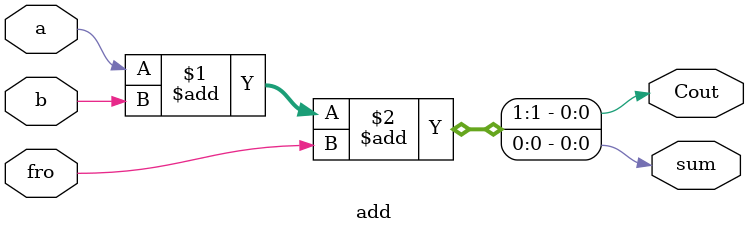
<source format=v>
module addtion1(clk,cina,cinb,cout,term,digit_seg,digit_con,ci);
	input ci;
	input clk;
	input [3:0]cina;
	input [3:0]cinb;
	output [4:0]cout;
	output [2:0]term;
	output [1:0]digit_con;
	output reg[7:0]digit_seg;
	reg [31:0]div_count;
	
	always @(posedge clk)
		begin
		div_count<=div_count+1;
		end
	
		add f1(.a(cina[0]),.b(cinb[0]),.fro(ci),.Cout(term[0]),.sum(cout[0]));
		add f2(.a(cina[1]),.b(cinb[1]),.fro(term[0]),.Cout(term[1]),.sum(cout[1]));
		add f3(.a(cina[2]),.b(cinb[2]),.fro(term[1]),.Cout(term[2]),.sum(cout[2]));
		add f4(.a(cina[3]),.b(cinb[3]),.fro(term[2]),.Cout(top),.sum(cout[3]));
		
	assign cout[4]=top;
	
	
	reg digit=1'b0;
	always @(posedge div_count[10])
		begin
		digit<=~digit;
		end
		
	assign digit_con={digit,~digit};
	
	always @(posedge div_count[10])
		begin
			case(cout)
			5'd0:digit_seg<=8'b11111100;
			5'd1:
				begin
					if(digit_con==2'b10)
					digit_seg<=8'b01100000;
					else if(digit_con==2'b01)
					digit_seg<=8'b11111100;
				end
			5'd2:
				begin
					if(digit_con==2'b10)
					digit_seg<=8'b11011010;		
					else if(digit_con==2'b01)
					digit_seg<=8'b11111100;
				end
			5'd3:
				begin
					if(digit_con==2'b10)
					digit_seg<=8'b11110010;
					else if(digit_con==2'b01)
					digit_seg<=8'b11111100;
				end
			5'd4:
			begin
				if(digit_con==2'b10)
				digit_seg<=8'b01100110;
				else if(digit_con==2'b01)
				digit_seg<=8'b11111100;
			end
			5'd5:
				begin
					if(digit_con==2'b10)
					digit_seg<=8'b10110110;
					else if(digit_con==2'b01)
					digit_seg<=8'b11111100;
				end
			5'd6:
				begin
					if(digit_con==2'b01)
					digit_seg<=8'b10111110;
					else if(digit_con==2'b10)
					digit_seg<=8'b11111100;
				end
			5'd7:
				begin
					if(digit_con==2'b10)
					digit_seg<=8'b11100000;
					else if(digit_con==2'b01)
					digit_seg<=8'b11111100;
				end
			5'd8:
				begin
					if(digit_con==2'b10)
					digit_seg<=8'b11111110;
					else if(digit_con==2'b01)
					digit_seg<=8'b11111100;
				end
			5'd9:
				begin
					if(digit_con==2'b10)
					digit_seg<=8'b11110110;
					else if(digit_con==2'b01)
					digit_seg<=8'b11111100;
				end
			5'd10:
				begin
					if(digit_con==2'b01)
					digit_seg<=8'b01100000;
					else if(digit_con==2'b10)
					digit_seg<=8'b11111100;
				end
			5'd11:
				begin
					if(digit_con==2'b01)
					digit_seg<=8'b01100000;
					else if(digit_con==2'b10)
					digit_seg<=8'b01100000;
				end
			5'd12:
				begin
					if(digit_con==2'b01)
					digit_seg<=8'b01100000;
					else if(digit_con==2'b10)
					digit_seg<=8'b11011010;
				end
			5'd13:
				begin
					if(digit_con==2'b01)
					digit_seg<=8'b01100000;
					else if(digit_con==2'b10)
					digit_seg<=8'b11110010;
				end
			5'd14:
				begin
					if(digit_con==2'b01)
					digit_seg<=8'b01100000;
					else if(digit_con==2'b10)
					digit_seg<=8'b01100110;
				end
			5'd15:
				begin
					if(digit_con==2'b01)
					digit_seg<=8'b01100000;
					else if(digit_con==2'b10)
					digit_seg<=8'b10110110;
				end
			5'd16:
				begin
					if(digit_con==2'b01)
					digit_seg<=8'b01100000;
					else if(digit_con==2'b10)
					digit_seg<=8'b10111110;
				end
			5'd17:
				begin
					if(digit_con==2'b01)
					digit_seg<=8'b01100000;
					else if(digit_con==2'b10)
					digit_seg<=8'b11100000;
				end
			5'd18:
				begin
					if(digit_con==2'b01)
					digit_seg<=8'b01100000;
					else if(digit_con==2'b10)
					digit_seg<=8'b11111110;
				end
			5'd19:
				begin
					if(digit_con==2'b01)
					digit_seg<=8'b01100000;
					else if(digit_con==2'b10)
					digit_seg<=8'b11110110;
				end
			5'd20:
				begin
					if(digit_con==2'b01)
					digit_seg<=8'b11011010;
					else if(digit_con==2'b10)
					digit_seg<=8'b11111100;
				end
			5'd21:
				begin
					if(digit_con==2'b01)
					digit_seg<=8'b11011010;
					else if(digit_con==2'b10)
					digit_seg<=8'b01100000;
				end
			5'd22:
				begin
					if(digit_con==2'b01)
					digit_seg<=8'b11011010;
					else if(digit_con==2'b10)
					digit_seg<=8'b11011010;
				end
			5'd23:
				begin
					if(digit_con==2'b01)
					digit_seg<=8'b11011010;
					else if(digit_con==2'b10)
					digit_seg<=8'b11110010;
				end
			5'd24:
				begin
					if(digit_con==2'b01)
					digit_seg<=8'b11011010;
					else if(digit_con==2'b10)
					digit_seg<=8'b01100110;
				end
			5'd25:
				begin
					if(digit_con==2'b01)
					digit_seg<=8'b11011010;
					else if(digit_con==2'b10)
					digit_seg<=8'b10110110;
				end
			5'd26:
				begin
					if(digit_con==2'b01)
					digit_seg<=8'b11011010;
					else if(digit_con==2'b10)
					digit_seg<=8'b10111110;
				end
			5'd27:
				begin
					if(digit_con==2'b01)
					digit_seg<=8'b11011010;
					else if(digit_con==2'b10)
					digit_seg<=8'b11100000;
				end
			5'd28:
				begin
					if(digit_con==2'b01)
					digit_seg<=8'b11011010;
					else if(digit_con==2'b10)
					digit_seg<=8'b11111110;
				end
			5'd29:
				begin
					if(digit_con==2'b01)
					digit_seg<=8'b11011010;
					else if(digit_con==2'b10)
					digit_seg<=8'b11110110;
				end
			5'd30:
				begin
					if(digit_con==2'b01)
					digit_seg<=8'b11110010;
					else if(digit_con==2'b10)
					digit_seg<=8'b11111100;
				end
			5'd31:
				begin
					if(digit_con==2'b01)
					digit_seg<=8'b11110010;
					else if(digit_con==2'b10)
					digit_seg<=8'b01100000;
				end
			5'd32:
				begin
					if(digit_con==2'b01)
					digit_seg<=8'b11110010;
					else if(digit_con==2'b10)
					digit_seg<=8'b11011010;
				end
			endcase
		end
endmodule

module add(a,b,fro,Cout,sum);
	input a;
	input b;
	input fro;
	output Cout;
	output sum;
	
	assign {Cout,sum}=a+b+fro;
endmodule

</source>
